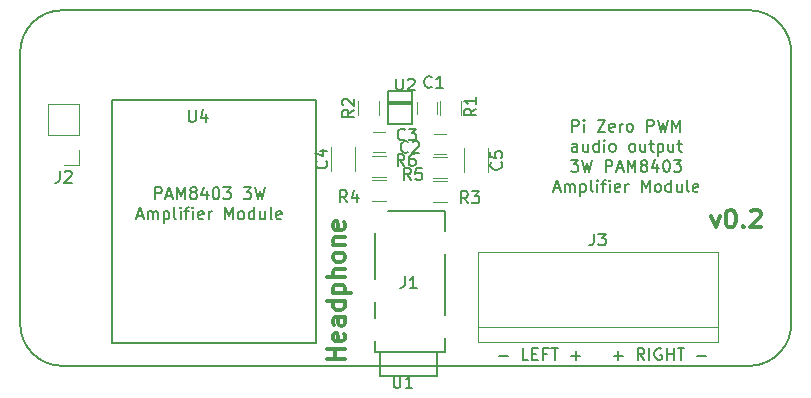
<source format=gto>
G04 #@! TF.FileFunction,Legend,Top*
%FSLAX46Y46*%
G04 Gerber Fmt 4.6, Leading zero omitted, Abs format (unit mm)*
G04 Created by KiCad (PCBNEW 4.0.7-e2-6376~58~ubuntu16.04.1) date Sun Dec 31 15:52:29 2017*
%MOMM*%
%LPD*%
G01*
G04 APERTURE LIST*
%ADD10C,0.100000*%
%ADD11C,0.300000*%
%ADD12C,0.200000*%
%ADD13C,0.120000*%
%ADD14C,0.150000*%
G04 APERTURE END LIST*
D10*
D11*
X209007344Y-124316371D02*
X209364487Y-125316371D01*
X209721629Y-124316371D01*
X210578772Y-123816371D02*
X210721629Y-123816371D01*
X210864486Y-123887800D01*
X210935915Y-123959229D01*
X211007344Y-124102086D01*
X211078772Y-124387800D01*
X211078772Y-124744943D01*
X211007344Y-125030657D01*
X210935915Y-125173514D01*
X210864486Y-125244943D01*
X210721629Y-125316371D01*
X210578772Y-125316371D01*
X210435915Y-125244943D01*
X210364486Y-125173514D01*
X210293058Y-125030657D01*
X210221629Y-124744943D01*
X210221629Y-124387800D01*
X210293058Y-124102086D01*
X210364486Y-123959229D01*
X210435915Y-123887800D01*
X210578772Y-123816371D01*
X211721629Y-125173514D02*
X211793057Y-125244943D01*
X211721629Y-125316371D01*
X211650200Y-125244943D01*
X211721629Y-125173514D01*
X211721629Y-125316371D01*
X212364486Y-123959229D02*
X212435915Y-123887800D01*
X212578772Y-123816371D01*
X212935915Y-123816371D01*
X213078772Y-123887800D01*
X213150201Y-123959229D01*
X213221629Y-124102086D01*
X213221629Y-124244943D01*
X213150201Y-124459229D01*
X212293058Y-125316371D01*
X213221629Y-125316371D01*
X177970571Y-136443314D02*
X176470571Y-136443314D01*
X177184857Y-136443314D02*
X177184857Y-135586171D01*
X177970571Y-135586171D02*
X176470571Y-135586171D01*
X177899143Y-134300457D02*
X177970571Y-134443314D01*
X177970571Y-134729028D01*
X177899143Y-134871885D01*
X177756286Y-134943314D01*
X177184857Y-134943314D01*
X177042000Y-134871885D01*
X176970571Y-134729028D01*
X176970571Y-134443314D01*
X177042000Y-134300457D01*
X177184857Y-134229028D01*
X177327714Y-134229028D01*
X177470571Y-134943314D01*
X177970571Y-132943314D02*
X177184857Y-132943314D01*
X177042000Y-133014743D01*
X176970571Y-133157600D01*
X176970571Y-133443314D01*
X177042000Y-133586171D01*
X177899143Y-132943314D02*
X177970571Y-133086171D01*
X177970571Y-133443314D01*
X177899143Y-133586171D01*
X177756286Y-133657600D01*
X177613429Y-133657600D01*
X177470571Y-133586171D01*
X177399143Y-133443314D01*
X177399143Y-133086171D01*
X177327714Y-132943314D01*
X177970571Y-131586171D02*
X176470571Y-131586171D01*
X177899143Y-131586171D02*
X177970571Y-131729028D01*
X177970571Y-132014742D01*
X177899143Y-132157600D01*
X177827714Y-132229028D01*
X177684857Y-132300457D01*
X177256286Y-132300457D01*
X177113429Y-132229028D01*
X177042000Y-132157600D01*
X176970571Y-132014742D01*
X176970571Y-131729028D01*
X177042000Y-131586171D01*
X176970571Y-130871885D02*
X178470571Y-130871885D01*
X177042000Y-130871885D02*
X176970571Y-130729028D01*
X176970571Y-130443314D01*
X177042000Y-130300457D01*
X177113429Y-130229028D01*
X177256286Y-130157599D01*
X177684857Y-130157599D01*
X177827714Y-130229028D01*
X177899143Y-130300457D01*
X177970571Y-130443314D01*
X177970571Y-130729028D01*
X177899143Y-130871885D01*
X177970571Y-129514742D02*
X176470571Y-129514742D01*
X177970571Y-128871885D02*
X177184857Y-128871885D01*
X177042000Y-128943314D01*
X176970571Y-129086171D01*
X176970571Y-129300456D01*
X177042000Y-129443314D01*
X177113429Y-129514742D01*
X177970571Y-127943313D02*
X177899143Y-128086171D01*
X177827714Y-128157599D01*
X177684857Y-128229028D01*
X177256286Y-128229028D01*
X177113429Y-128157599D01*
X177042000Y-128086171D01*
X176970571Y-127943313D01*
X176970571Y-127729028D01*
X177042000Y-127586171D01*
X177113429Y-127514742D01*
X177256286Y-127443313D01*
X177684857Y-127443313D01*
X177827714Y-127514742D01*
X177899143Y-127586171D01*
X177970571Y-127729028D01*
X177970571Y-127943313D01*
X176970571Y-126800456D02*
X177970571Y-126800456D01*
X177113429Y-126800456D02*
X177042000Y-126729028D01*
X176970571Y-126586170D01*
X176970571Y-126371885D01*
X177042000Y-126229028D01*
X177184857Y-126157599D01*
X177970571Y-126157599D01*
X177899143Y-124871885D02*
X177970571Y-125014742D01*
X177970571Y-125300456D01*
X177899143Y-125443313D01*
X177756286Y-125514742D01*
X177184857Y-125514742D01*
X177042000Y-125443313D01*
X176970571Y-125300456D01*
X176970571Y-125014742D01*
X177042000Y-124871885D01*
X177184857Y-124800456D01*
X177327714Y-124800456D01*
X177470571Y-125514742D01*
D12*
X161927162Y-122919381D02*
X161927162Y-121919381D01*
X162308115Y-121919381D01*
X162403353Y-121967000D01*
X162450972Y-122014619D01*
X162498591Y-122109857D01*
X162498591Y-122252714D01*
X162450972Y-122347952D01*
X162403353Y-122395571D01*
X162308115Y-122443190D01*
X161927162Y-122443190D01*
X162879543Y-122633667D02*
X163355734Y-122633667D01*
X162784305Y-122919381D02*
X163117638Y-121919381D01*
X163450972Y-122919381D01*
X163784305Y-122919381D02*
X163784305Y-121919381D01*
X164117639Y-122633667D01*
X164450972Y-121919381D01*
X164450972Y-122919381D01*
X165070019Y-122347952D02*
X164974781Y-122300333D01*
X164927162Y-122252714D01*
X164879543Y-122157476D01*
X164879543Y-122109857D01*
X164927162Y-122014619D01*
X164974781Y-121967000D01*
X165070019Y-121919381D01*
X165260496Y-121919381D01*
X165355734Y-121967000D01*
X165403353Y-122014619D01*
X165450972Y-122109857D01*
X165450972Y-122157476D01*
X165403353Y-122252714D01*
X165355734Y-122300333D01*
X165260496Y-122347952D01*
X165070019Y-122347952D01*
X164974781Y-122395571D01*
X164927162Y-122443190D01*
X164879543Y-122538429D01*
X164879543Y-122728905D01*
X164927162Y-122824143D01*
X164974781Y-122871762D01*
X165070019Y-122919381D01*
X165260496Y-122919381D01*
X165355734Y-122871762D01*
X165403353Y-122824143D01*
X165450972Y-122728905D01*
X165450972Y-122538429D01*
X165403353Y-122443190D01*
X165355734Y-122395571D01*
X165260496Y-122347952D01*
X166308115Y-122252714D02*
X166308115Y-122919381D01*
X166070019Y-121871762D02*
X165831924Y-122586048D01*
X166450972Y-122586048D01*
X167022400Y-121919381D02*
X167117639Y-121919381D01*
X167212877Y-121967000D01*
X167260496Y-122014619D01*
X167308115Y-122109857D01*
X167355734Y-122300333D01*
X167355734Y-122538429D01*
X167308115Y-122728905D01*
X167260496Y-122824143D01*
X167212877Y-122871762D01*
X167117639Y-122919381D01*
X167022400Y-122919381D01*
X166927162Y-122871762D01*
X166879543Y-122824143D01*
X166831924Y-122728905D01*
X166784305Y-122538429D01*
X166784305Y-122300333D01*
X166831924Y-122109857D01*
X166879543Y-122014619D01*
X166927162Y-121967000D01*
X167022400Y-121919381D01*
X167689067Y-121919381D02*
X168308115Y-121919381D01*
X167974781Y-122300333D01*
X168117639Y-122300333D01*
X168212877Y-122347952D01*
X168260496Y-122395571D01*
X168308115Y-122490810D01*
X168308115Y-122728905D01*
X168260496Y-122824143D01*
X168212877Y-122871762D01*
X168117639Y-122919381D01*
X167831924Y-122919381D01*
X167736686Y-122871762D01*
X167689067Y-122824143D01*
X169403353Y-121919381D02*
X170022401Y-121919381D01*
X169689067Y-122300333D01*
X169831925Y-122300333D01*
X169927163Y-122347952D01*
X169974782Y-122395571D01*
X170022401Y-122490810D01*
X170022401Y-122728905D01*
X169974782Y-122824143D01*
X169927163Y-122871762D01*
X169831925Y-122919381D01*
X169546210Y-122919381D01*
X169450972Y-122871762D01*
X169403353Y-122824143D01*
X170355734Y-121919381D02*
X170593829Y-122919381D01*
X170784306Y-122205095D01*
X170974782Y-122919381D01*
X171212877Y-121919381D01*
X160403352Y-124333667D02*
X160879543Y-124333667D01*
X160308114Y-124619381D02*
X160641447Y-123619381D01*
X160974781Y-124619381D01*
X161308114Y-124619381D02*
X161308114Y-123952714D01*
X161308114Y-124047952D02*
X161355733Y-124000333D01*
X161450971Y-123952714D01*
X161593829Y-123952714D01*
X161689067Y-124000333D01*
X161736686Y-124095571D01*
X161736686Y-124619381D01*
X161736686Y-124095571D02*
X161784305Y-124000333D01*
X161879543Y-123952714D01*
X162022400Y-123952714D01*
X162117638Y-124000333D01*
X162165257Y-124095571D01*
X162165257Y-124619381D01*
X162641447Y-123952714D02*
X162641447Y-124952714D01*
X162641447Y-124000333D02*
X162736685Y-123952714D01*
X162927162Y-123952714D01*
X163022400Y-124000333D01*
X163070019Y-124047952D01*
X163117638Y-124143190D01*
X163117638Y-124428905D01*
X163070019Y-124524143D01*
X163022400Y-124571762D01*
X162927162Y-124619381D01*
X162736685Y-124619381D01*
X162641447Y-124571762D01*
X163689066Y-124619381D02*
X163593828Y-124571762D01*
X163546209Y-124476524D01*
X163546209Y-123619381D01*
X164070019Y-124619381D02*
X164070019Y-123952714D01*
X164070019Y-123619381D02*
X164022400Y-123667000D01*
X164070019Y-123714619D01*
X164117638Y-123667000D01*
X164070019Y-123619381D01*
X164070019Y-123714619D01*
X164403352Y-123952714D02*
X164784304Y-123952714D01*
X164546209Y-124619381D02*
X164546209Y-123762238D01*
X164593828Y-123667000D01*
X164689066Y-123619381D01*
X164784304Y-123619381D01*
X165117638Y-124619381D02*
X165117638Y-123952714D01*
X165117638Y-123619381D02*
X165070019Y-123667000D01*
X165117638Y-123714619D01*
X165165257Y-123667000D01*
X165117638Y-123619381D01*
X165117638Y-123714619D01*
X165974781Y-124571762D02*
X165879543Y-124619381D01*
X165689066Y-124619381D01*
X165593828Y-124571762D01*
X165546209Y-124476524D01*
X165546209Y-124095571D01*
X165593828Y-124000333D01*
X165689066Y-123952714D01*
X165879543Y-123952714D01*
X165974781Y-124000333D01*
X166022400Y-124095571D01*
X166022400Y-124190810D01*
X165546209Y-124286048D01*
X166450971Y-124619381D02*
X166450971Y-123952714D01*
X166450971Y-124143190D02*
X166498590Y-124047952D01*
X166546209Y-124000333D01*
X166641447Y-123952714D01*
X166736686Y-123952714D01*
X167831924Y-124619381D02*
X167831924Y-123619381D01*
X168165258Y-124333667D01*
X168498591Y-123619381D01*
X168498591Y-124619381D01*
X169117638Y-124619381D02*
X169022400Y-124571762D01*
X168974781Y-124524143D01*
X168927162Y-124428905D01*
X168927162Y-124143190D01*
X168974781Y-124047952D01*
X169022400Y-124000333D01*
X169117638Y-123952714D01*
X169260496Y-123952714D01*
X169355734Y-124000333D01*
X169403353Y-124047952D01*
X169450972Y-124143190D01*
X169450972Y-124428905D01*
X169403353Y-124524143D01*
X169355734Y-124571762D01*
X169260496Y-124619381D01*
X169117638Y-124619381D01*
X170308115Y-124619381D02*
X170308115Y-123619381D01*
X170308115Y-124571762D02*
X170212877Y-124619381D01*
X170022400Y-124619381D01*
X169927162Y-124571762D01*
X169879543Y-124524143D01*
X169831924Y-124428905D01*
X169831924Y-124143190D01*
X169879543Y-124047952D01*
X169927162Y-124000333D01*
X170022400Y-123952714D01*
X170212877Y-123952714D01*
X170308115Y-124000333D01*
X171212877Y-123952714D02*
X171212877Y-124619381D01*
X170784305Y-123952714D02*
X170784305Y-124476524D01*
X170831924Y-124571762D01*
X170927162Y-124619381D01*
X171070020Y-124619381D01*
X171165258Y-124571762D01*
X171212877Y-124524143D01*
X171831924Y-124619381D02*
X171736686Y-124571762D01*
X171689067Y-124476524D01*
X171689067Y-123619381D01*
X172593830Y-124571762D02*
X172498592Y-124619381D01*
X172308115Y-124619381D01*
X172212877Y-124571762D01*
X172165258Y-124476524D01*
X172165258Y-124095571D01*
X172212877Y-124000333D01*
X172308115Y-123952714D01*
X172498592Y-123952714D01*
X172593830Y-124000333D01*
X172641449Y-124095571D01*
X172641449Y-124190810D01*
X172165258Y-124286048D01*
X200768438Y-136164629D02*
X201530343Y-136164629D01*
X201149391Y-136545581D02*
X201149391Y-135783676D01*
X203339867Y-136545581D02*
X203006533Y-136069390D01*
X202768438Y-136545581D02*
X202768438Y-135545581D01*
X203149391Y-135545581D01*
X203244629Y-135593200D01*
X203292248Y-135640819D01*
X203339867Y-135736057D01*
X203339867Y-135878914D01*
X203292248Y-135974152D01*
X203244629Y-136021771D01*
X203149391Y-136069390D01*
X202768438Y-136069390D01*
X203768438Y-136545581D02*
X203768438Y-135545581D01*
X204768438Y-135593200D02*
X204673200Y-135545581D01*
X204530343Y-135545581D01*
X204387485Y-135593200D01*
X204292247Y-135688438D01*
X204244628Y-135783676D01*
X204197009Y-135974152D01*
X204197009Y-136117010D01*
X204244628Y-136307486D01*
X204292247Y-136402724D01*
X204387485Y-136497962D01*
X204530343Y-136545581D01*
X204625581Y-136545581D01*
X204768438Y-136497962D01*
X204816057Y-136450343D01*
X204816057Y-136117010D01*
X204625581Y-136117010D01*
X205244628Y-136545581D02*
X205244628Y-135545581D01*
X205244628Y-136021771D02*
X205816057Y-136021771D01*
X205816057Y-136545581D02*
X205816057Y-135545581D01*
X206149390Y-135545581D02*
X206720819Y-135545581D01*
X206435104Y-136545581D02*
X206435104Y-135545581D01*
X207816057Y-136164629D02*
X208577962Y-136164629D01*
X191033828Y-136164629D02*
X191795733Y-136164629D01*
X193510019Y-136545581D02*
X193033828Y-136545581D01*
X193033828Y-135545581D01*
X193843352Y-136021771D02*
X194176686Y-136021771D01*
X194319543Y-136545581D02*
X193843352Y-136545581D01*
X193843352Y-135545581D01*
X194319543Y-135545581D01*
X195081448Y-136021771D02*
X194748114Y-136021771D01*
X194748114Y-136545581D02*
X194748114Y-135545581D01*
X195224305Y-135545581D01*
X195462400Y-135545581D02*
X196033829Y-135545581D01*
X195748114Y-136545581D02*
X195748114Y-135545581D01*
X197129067Y-136164629D02*
X197890972Y-136164629D01*
X197510020Y-136545581D02*
X197510020Y-135783676D01*
X197231571Y-117206181D02*
X197231571Y-116206181D01*
X197612524Y-116206181D01*
X197707762Y-116253800D01*
X197755381Y-116301419D01*
X197803000Y-116396657D01*
X197803000Y-116539514D01*
X197755381Y-116634752D01*
X197707762Y-116682371D01*
X197612524Y-116729990D01*
X197231571Y-116729990D01*
X198231571Y-117206181D02*
X198231571Y-116539514D01*
X198231571Y-116206181D02*
X198183952Y-116253800D01*
X198231571Y-116301419D01*
X198279190Y-116253800D01*
X198231571Y-116206181D01*
X198231571Y-116301419D01*
X199374428Y-116206181D02*
X200041095Y-116206181D01*
X199374428Y-117206181D01*
X200041095Y-117206181D01*
X200803000Y-117158562D02*
X200707762Y-117206181D01*
X200517285Y-117206181D01*
X200422047Y-117158562D01*
X200374428Y-117063324D01*
X200374428Y-116682371D01*
X200422047Y-116587133D01*
X200517285Y-116539514D01*
X200707762Y-116539514D01*
X200803000Y-116587133D01*
X200850619Y-116682371D01*
X200850619Y-116777610D01*
X200374428Y-116872848D01*
X201279190Y-117206181D02*
X201279190Y-116539514D01*
X201279190Y-116729990D02*
X201326809Y-116634752D01*
X201374428Y-116587133D01*
X201469666Y-116539514D01*
X201564905Y-116539514D01*
X202041095Y-117206181D02*
X201945857Y-117158562D01*
X201898238Y-117110943D01*
X201850619Y-117015705D01*
X201850619Y-116729990D01*
X201898238Y-116634752D01*
X201945857Y-116587133D01*
X202041095Y-116539514D01*
X202183953Y-116539514D01*
X202279191Y-116587133D01*
X202326810Y-116634752D01*
X202374429Y-116729990D01*
X202374429Y-117015705D01*
X202326810Y-117110943D01*
X202279191Y-117158562D01*
X202183953Y-117206181D01*
X202041095Y-117206181D01*
X203564905Y-117206181D02*
X203564905Y-116206181D01*
X203945858Y-116206181D01*
X204041096Y-116253800D01*
X204088715Y-116301419D01*
X204136334Y-116396657D01*
X204136334Y-116539514D01*
X204088715Y-116634752D01*
X204041096Y-116682371D01*
X203945858Y-116729990D01*
X203564905Y-116729990D01*
X204469667Y-116206181D02*
X204707762Y-117206181D01*
X204898239Y-116491895D01*
X205088715Y-117206181D01*
X205326810Y-116206181D01*
X205707762Y-117206181D02*
X205707762Y-116206181D01*
X206041096Y-116920467D01*
X206374429Y-116206181D01*
X206374429Y-117206181D01*
X197660143Y-118906181D02*
X197660143Y-118382371D01*
X197612524Y-118287133D01*
X197517286Y-118239514D01*
X197326809Y-118239514D01*
X197231571Y-118287133D01*
X197660143Y-118858562D02*
X197564905Y-118906181D01*
X197326809Y-118906181D01*
X197231571Y-118858562D01*
X197183952Y-118763324D01*
X197183952Y-118668086D01*
X197231571Y-118572848D01*
X197326809Y-118525229D01*
X197564905Y-118525229D01*
X197660143Y-118477610D01*
X198564905Y-118239514D02*
X198564905Y-118906181D01*
X198136333Y-118239514D02*
X198136333Y-118763324D01*
X198183952Y-118858562D01*
X198279190Y-118906181D01*
X198422048Y-118906181D01*
X198517286Y-118858562D01*
X198564905Y-118810943D01*
X199469667Y-118906181D02*
X199469667Y-117906181D01*
X199469667Y-118858562D02*
X199374429Y-118906181D01*
X199183952Y-118906181D01*
X199088714Y-118858562D01*
X199041095Y-118810943D01*
X198993476Y-118715705D01*
X198993476Y-118429990D01*
X199041095Y-118334752D01*
X199088714Y-118287133D01*
X199183952Y-118239514D01*
X199374429Y-118239514D01*
X199469667Y-118287133D01*
X199945857Y-118906181D02*
X199945857Y-118239514D01*
X199945857Y-117906181D02*
X199898238Y-117953800D01*
X199945857Y-118001419D01*
X199993476Y-117953800D01*
X199945857Y-117906181D01*
X199945857Y-118001419D01*
X200564904Y-118906181D02*
X200469666Y-118858562D01*
X200422047Y-118810943D01*
X200374428Y-118715705D01*
X200374428Y-118429990D01*
X200422047Y-118334752D01*
X200469666Y-118287133D01*
X200564904Y-118239514D01*
X200707762Y-118239514D01*
X200803000Y-118287133D01*
X200850619Y-118334752D01*
X200898238Y-118429990D01*
X200898238Y-118715705D01*
X200850619Y-118810943D01*
X200803000Y-118858562D01*
X200707762Y-118906181D01*
X200564904Y-118906181D01*
X202231571Y-118906181D02*
X202136333Y-118858562D01*
X202088714Y-118810943D01*
X202041095Y-118715705D01*
X202041095Y-118429990D01*
X202088714Y-118334752D01*
X202136333Y-118287133D01*
X202231571Y-118239514D01*
X202374429Y-118239514D01*
X202469667Y-118287133D01*
X202517286Y-118334752D01*
X202564905Y-118429990D01*
X202564905Y-118715705D01*
X202517286Y-118810943D01*
X202469667Y-118858562D01*
X202374429Y-118906181D01*
X202231571Y-118906181D01*
X203422048Y-118239514D02*
X203422048Y-118906181D01*
X202993476Y-118239514D02*
X202993476Y-118763324D01*
X203041095Y-118858562D01*
X203136333Y-118906181D01*
X203279191Y-118906181D01*
X203374429Y-118858562D01*
X203422048Y-118810943D01*
X203755381Y-118239514D02*
X204136333Y-118239514D01*
X203898238Y-117906181D02*
X203898238Y-118763324D01*
X203945857Y-118858562D01*
X204041095Y-118906181D01*
X204136333Y-118906181D01*
X204469667Y-118239514D02*
X204469667Y-119239514D01*
X204469667Y-118287133D02*
X204564905Y-118239514D01*
X204755382Y-118239514D01*
X204850620Y-118287133D01*
X204898239Y-118334752D01*
X204945858Y-118429990D01*
X204945858Y-118715705D01*
X204898239Y-118810943D01*
X204850620Y-118858562D01*
X204755382Y-118906181D01*
X204564905Y-118906181D01*
X204469667Y-118858562D01*
X205803001Y-118239514D02*
X205803001Y-118906181D01*
X205374429Y-118239514D02*
X205374429Y-118763324D01*
X205422048Y-118858562D01*
X205517286Y-118906181D01*
X205660144Y-118906181D01*
X205755382Y-118858562D01*
X205803001Y-118810943D01*
X206136334Y-118239514D02*
X206517286Y-118239514D01*
X206279191Y-117906181D02*
X206279191Y-118763324D01*
X206326810Y-118858562D01*
X206422048Y-118906181D01*
X206517286Y-118906181D01*
X197112524Y-119606181D02*
X197731572Y-119606181D01*
X197398238Y-119987133D01*
X197541096Y-119987133D01*
X197636334Y-120034752D01*
X197683953Y-120082371D01*
X197731572Y-120177610D01*
X197731572Y-120415705D01*
X197683953Y-120510943D01*
X197636334Y-120558562D01*
X197541096Y-120606181D01*
X197255381Y-120606181D01*
X197160143Y-120558562D01*
X197112524Y-120510943D01*
X198064905Y-119606181D02*
X198303000Y-120606181D01*
X198493477Y-119891895D01*
X198683953Y-120606181D01*
X198922048Y-119606181D01*
X200064905Y-120606181D02*
X200064905Y-119606181D01*
X200445858Y-119606181D01*
X200541096Y-119653800D01*
X200588715Y-119701419D01*
X200636334Y-119796657D01*
X200636334Y-119939514D01*
X200588715Y-120034752D01*
X200541096Y-120082371D01*
X200445858Y-120129990D01*
X200064905Y-120129990D01*
X201017286Y-120320467D02*
X201493477Y-120320467D01*
X200922048Y-120606181D02*
X201255381Y-119606181D01*
X201588715Y-120606181D01*
X201922048Y-120606181D02*
X201922048Y-119606181D01*
X202255382Y-120320467D01*
X202588715Y-119606181D01*
X202588715Y-120606181D01*
X203207762Y-120034752D02*
X203112524Y-119987133D01*
X203064905Y-119939514D01*
X203017286Y-119844276D01*
X203017286Y-119796657D01*
X203064905Y-119701419D01*
X203112524Y-119653800D01*
X203207762Y-119606181D01*
X203398239Y-119606181D01*
X203493477Y-119653800D01*
X203541096Y-119701419D01*
X203588715Y-119796657D01*
X203588715Y-119844276D01*
X203541096Y-119939514D01*
X203493477Y-119987133D01*
X203398239Y-120034752D01*
X203207762Y-120034752D01*
X203112524Y-120082371D01*
X203064905Y-120129990D01*
X203017286Y-120225229D01*
X203017286Y-120415705D01*
X203064905Y-120510943D01*
X203112524Y-120558562D01*
X203207762Y-120606181D01*
X203398239Y-120606181D01*
X203493477Y-120558562D01*
X203541096Y-120510943D01*
X203588715Y-120415705D01*
X203588715Y-120225229D01*
X203541096Y-120129990D01*
X203493477Y-120082371D01*
X203398239Y-120034752D01*
X204445858Y-119939514D02*
X204445858Y-120606181D01*
X204207762Y-119558562D02*
X203969667Y-120272848D01*
X204588715Y-120272848D01*
X205160143Y-119606181D02*
X205255382Y-119606181D01*
X205350620Y-119653800D01*
X205398239Y-119701419D01*
X205445858Y-119796657D01*
X205493477Y-119987133D01*
X205493477Y-120225229D01*
X205445858Y-120415705D01*
X205398239Y-120510943D01*
X205350620Y-120558562D01*
X205255382Y-120606181D01*
X205160143Y-120606181D01*
X205064905Y-120558562D01*
X205017286Y-120510943D01*
X204969667Y-120415705D01*
X204922048Y-120225229D01*
X204922048Y-119987133D01*
X204969667Y-119796657D01*
X205017286Y-119701419D01*
X205064905Y-119653800D01*
X205160143Y-119606181D01*
X205826810Y-119606181D02*
X206445858Y-119606181D01*
X206112524Y-119987133D01*
X206255382Y-119987133D01*
X206350620Y-120034752D01*
X206398239Y-120082371D01*
X206445858Y-120177610D01*
X206445858Y-120415705D01*
X206398239Y-120510943D01*
X206350620Y-120558562D01*
X206255382Y-120606181D01*
X205969667Y-120606181D01*
X205874429Y-120558562D01*
X205826810Y-120510943D01*
X195683952Y-122020467D02*
X196160143Y-122020467D01*
X195588714Y-122306181D02*
X195922047Y-121306181D01*
X196255381Y-122306181D01*
X196588714Y-122306181D02*
X196588714Y-121639514D01*
X196588714Y-121734752D02*
X196636333Y-121687133D01*
X196731571Y-121639514D01*
X196874429Y-121639514D01*
X196969667Y-121687133D01*
X197017286Y-121782371D01*
X197017286Y-122306181D01*
X197017286Y-121782371D02*
X197064905Y-121687133D01*
X197160143Y-121639514D01*
X197303000Y-121639514D01*
X197398238Y-121687133D01*
X197445857Y-121782371D01*
X197445857Y-122306181D01*
X197922047Y-121639514D02*
X197922047Y-122639514D01*
X197922047Y-121687133D02*
X198017285Y-121639514D01*
X198207762Y-121639514D01*
X198303000Y-121687133D01*
X198350619Y-121734752D01*
X198398238Y-121829990D01*
X198398238Y-122115705D01*
X198350619Y-122210943D01*
X198303000Y-122258562D01*
X198207762Y-122306181D01*
X198017285Y-122306181D01*
X197922047Y-122258562D01*
X198969666Y-122306181D02*
X198874428Y-122258562D01*
X198826809Y-122163324D01*
X198826809Y-121306181D01*
X199350619Y-122306181D02*
X199350619Y-121639514D01*
X199350619Y-121306181D02*
X199303000Y-121353800D01*
X199350619Y-121401419D01*
X199398238Y-121353800D01*
X199350619Y-121306181D01*
X199350619Y-121401419D01*
X199683952Y-121639514D02*
X200064904Y-121639514D01*
X199826809Y-122306181D02*
X199826809Y-121449038D01*
X199874428Y-121353800D01*
X199969666Y-121306181D01*
X200064904Y-121306181D01*
X200398238Y-122306181D02*
X200398238Y-121639514D01*
X200398238Y-121306181D02*
X200350619Y-121353800D01*
X200398238Y-121401419D01*
X200445857Y-121353800D01*
X200398238Y-121306181D01*
X200398238Y-121401419D01*
X201255381Y-122258562D02*
X201160143Y-122306181D01*
X200969666Y-122306181D01*
X200874428Y-122258562D01*
X200826809Y-122163324D01*
X200826809Y-121782371D01*
X200874428Y-121687133D01*
X200969666Y-121639514D01*
X201160143Y-121639514D01*
X201255381Y-121687133D01*
X201303000Y-121782371D01*
X201303000Y-121877610D01*
X200826809Y-121972848D01*
X201731571Y-122306181D02*
X201731571Y-121639514D01*
X201731571Y-121829990D02*
X201779190Y-121734752D01*
X201826809Y-121687133D01*
X201922047Y-121639514D01*
X202017286Y-121639514D01*
X203112524Y-122306181D02*
X203112524Y-121306181D01*
X203445858Y-122020467D01*
X203779191Y-121306181D01*
X203779191Y-122306181D01*
X204398238Y-122306181D02*
X204303000Y-122258562D01*
X204255381Y-122210943D01*
X204207762Y-122115705D01*
X204207762Y-121829990D01*
X204255381Y-121734752D01*
X204303000Y-121687133D01*
X204398238Y-121639514D01*
X204541096Y-121639514D01*
X204636334Y-121687133D01*
X204683953Y-121734752D01*
X204731572Y-121829990D01*
X204731572Y-122115705D01*
X204683953Y-122210943D01*
X204636334Y-122258562D01*
X204541096Y-122306181D01*
X204398238Y-122306181D01*
X205588715Y-122306181D02*
X205588715Y-121306181D01*
X205588715Y-122258562D02*
X205493477Y-122306181D01*
X205303000Y-122306181D01*
X205207762Y-122258562D01*
X205160143Y-122210943D01*
X205112524Y-122115705D01*
X205112524Y-121829990D01*
X205160143Y-121734752D01*
X205207762Y-121687133D01*
X205303000Y-121639514D01*
X205493477Y-121639514D01*
X205588715Y-121687133D01*
X206493477Y-121639514D02*
X206493477Y-122306181D01*
X206064905Y-121639514D02*
X206064905Y-122163324D01*
X206112524Y-122258562D01*
X206207762Y-122306181D01*
X206350620Y-122306181D01*
X206445858Y-122258562D01*
X206493477Y-122210943D01*
X207112524Y-122306181D02*
X207017286Y-122258562D01*
X206969667Y-122163324D01*
X206969667Y-121306181D01*
X207874430Y-122258562D02*
X207779192Y-122306181D01*
X207588715Y-122306181D01*
X207493477Y-122258562D01*
X207445858Y-122163324D01*
X207445858Y-121782371D01*
X207493477Y-121687133D01*
X207588715Y-121639514D01*
X207779192Y-121639514D01*
X207874430Y-121687133D01*
X207922049Y-121782371D01*
X207922049Y-121877610D01*
X207445858Y-121972848D01*
D13*
X189255400Y-127381000D02*
X189255400Y-135001000D01*
X209575400Y-135001000D02*
X209575400Y-127381000D01*
X209575400Y-133731000D02*
X189255400Y-133731000D01*
X189255400Y-127381000D02*
X209575400Y-127381000D01*
X189255400Y-135001000D02*
X209575400Y-135001000D01*
D14*
X180975000Y-135890000D02*
X180975000Y-137896600D01*
X180975000Y-137896600D02*
X185801000Y-137896600D01*
X185801000Y-137896600D02*
X185801000Y-135890000D01*
X186436000Y-135890000D02*
X180568600Y-135890000D01*
X180568600Y-129667000D02*
X180568600Y-125780800D01*
X180568600Y-132969000D02*
X180568600Y-131622800D01*
X180568600Y-135890000D02*
X180568600Y-134950200D01*
X186436000Y-134670800D02*
X186436000Y-135890000D01*
X186436000Y-127584200D02*
X186436000Y-132715000D01*
X181660800Y-123952000D02*
X186436000Y-123952000D01*
X186436000Y-123952000D02*
X186436000Y-125603000D01*
X212344000Y-106934000D02*
X212217000Y-106934000D01*
X215773000Y-133350000D02*
X215773000Y-110617000D01*
X212344000Y-137033000D02*
X212217000Y-137033000D01*
X212344000Y-137033000D02*
G75*
G03X215773000Y-133350000I-127000J3556000D01*
G01*
X215773000Y-110617000D02*
G75*
G03X212344000Y-106934000I-3556000J127000D01*
G01*
X212217000Y-106934000D02*
X212090000Y-106934000D01*
X154051000Y-106934000D02*
G75*
G03X150495000Y-110490000I0J-3556000D01*
G01*
X150495000Y-133477000D02*
G75*
G03X154051000Y-137033000I3556000J0D01*
G01*
X150495000Y-133477000D02*
X150495000Y-110490000D01*
X212217000Y-137033000D02*
X154051000Y-137033000D01*
X154051000Y-106934000D02*
X212090000Y-106934000D01*
D13*
X184062000Y-114689000D02*
X184062000Y-115689000D01*
X185762000Y-115689000D02*
X185762000Y-114689000D01*
X185555000Y-119087000D02*
X186555000Y-119087000D01*
X186555000Y-117387000D02*
X185555000Y-117387000D01*
X181348000Y-117260000D02*
X180348000Y-117260000D01*
X180348000Y-118960000D02*
X181348000Y-118960000D01*
X176780000Y-118507000D02*
X176780000Y-120507000D01*
X178820000Y-120507000D02*
X178820000Y-118507000D01*
X190123000Y-120634000D02*
X190123000Y-118634000D01*
X188083000Y-118634000D02*
X188083000Y-120634000D01*
X155508000Y-114875000D02*
X152848000Y-114875000D01*
X155508000Y-117475000D02*
X155508000Y-114875000D01*
X152848000Y-117475000D02*
X152848000Y-114875000D01*
X155508000Y-117475000D02*
X152848000Y-117475000D01*
X155508000Y-118745000D02*
X155508000Y-120075000D01*
X155508000Y-120075000D02*
X154178000Y-120075000D01*
X187824000Y-114589000D02*
X187824000Y-115789000D01*
X186064000Y-115789000D02*
X186064000Y-114589000D01*
X180839000Y-114589000D02*
X180839000Y-115789000D01*
X179079000Y-115789000D02*
X179079000Y-114589000D01*
X185455000Y-121421000D02*
X186655000Y-121421000D01*
X186655000Y-123181000D02*
X185455000Y-123181000D01*
X181448000Y-123054000D02*
X180248000Y-123054000D01*
X180248000Y-121294000D02*
X181448000Y-121294000D01*
X185455000Y-119389000D02*
X186655000Y-119389000D01*
X186655000Y-121149000D02*
X185455000Y-121149000D01*
X181448000Y-121022000D02*
X180248000Y-121022000D01*
X180248000Y-119262000D02*
X181448000Y-119262000D01*
D14*
X181610000Y-114808000D02*
X183642000Y-114808000D01*
X183642000Y-114871500D02*
X181610000Y-114871500D01*
X181610000Y-116586000D02*
X181610000Y-116459000D01*
X183642000Y-116586000D02*
X183642000Y-116522500D01*
X181610000Y-116586000D02*
X183642000Y-116586000D01*
X183578500Y-114681000D02*
X181673500Y-114681000D01*
X183642000Y-116522500D02*
X183642000Y-113792000D01*
X183642000Y-113792000D02*
X181610000Y-113792000D01*
X181610000Y-113792000D02*
X181610000Y-116522500D01*
X175514000Y-135128000D02*
X158242000Y-135128000D01*
X158242000Y-135128000D02*
X158242000Y-114554000D01*
X158242000Y-114554000D02*
X175514000Y-114554000D01*
X175514000Y-114554000D02*
X175514000Y-135128000D01*
X199062067Y-125843381D02*
X199062067Y-126557667D01*
X199014447Y-126700524D01*
X198919209Y-126795762D01*
X198776352Y-126843381D01*
X198681114Y-126843381D01*
X199443019Y-125843381D02*
X200062067Y-125843381D01*
X199728733Y-126224333D01*
X199871591Y-126224333D01*
X199966829Y-126271952D01*
X200014448Y-126319571D01*
X200062067Y-126414810D01*
X200062067Y-126652905D01*
X200014448Y-126748143D01*
X199966829Y-126795762D01*
X199871591Y-126843381D01*
X199585876Y-126843381D01*
X199490638Y-126795762D01*
X199443019Y-126748143D01*
X183054667Y-129449581D02*
X183054667Y-130163867D01*
X183007047Y-130306724D01*
X182911809Y-130401962D01*
X182768952Y-130449581D01*
X182673714Y-130449581D01*
X184054667Y-130449581D02*
X183483238Y-130449581D01*
X183768952Y-130449581D02*
X183768952Y-129449581D01*
X183673714Y-129592438D01*
X183578476Y-129687676D01*
X183483238Y-129735295D01*
X182118095Y-137882381D02*
X182118095Y-138691905D01*
X182165714Y-138787143D01*
X182213333Y-138834762D01*
X182308571Y-138882381D01*
X182499048Y-138882381D01*
X182594286Y-138834762D01*
X182641905Y-138787143D01*
X182689524Y-138691905D01*
X182689524Y-137882381D01*
X183689524Y-138882381D02*
X183118095Y-138882381D01*
X183403809Y-138882381D02*
X183403809Y-137882381D01*
X183308571Y-138025238D01*
X183213333Y-138120476D01*
X183118095Y-138168095D01*
X185329534Y-113412543D02*
X185281915Y-113460162D01*
X185139058Y-113507781D01*
X185043820Y-113507781D01*
X184900962Y-113460162D01*
X184805724Y-113364924D01*
X184758105Y-113269686D01*
X184710486Y-113079210D01*
X184710486Y-112936352D01*
X184758105Y-112745876D01*
X184805724Y-112650638D01*
X184900962Y-112555400D01*
X185043820Y-112507781D01*
X185139058Y-112507781D01*
X185281915Y-112555400D01*
X185329534Y-112603019D01*
X186281915Y-113507781D02*
X185710486Y-113507781D01*
X185996200Y-113507781D02*
X185996200Y-112507781D01*
X185900962Y-112650638D01*
X185805724Y-112745876D01*
X185710486Y-112793495D01*
X183348334Y-118924343D02*
X183300715Y-118971962D01*
X183157858Y-119019581D01*
X183062620Y-119019581D01*
X182919762Y-118971962D01*
X182824524Y-118876724D01*
X182776905Y-118781486D01*
X182729286Y-118591010D01*
X182729286Y-118448152D01*
X182776905Y-118257676D01*
X182824524Y-118162438D01*
X182919762Y-118067200D01*
X183062620Y-118019581D01*
X183157858Y-118019581D01*
X183300715Y-118067200D01*
X183348334Y-118114819D01*
X183729286Y-118114819D02*
X183776905Y-118067200D01*
X183872143Y-118019581D01*
X184110239Y-118019581D01*
X184205477Y-118067200D01*
X184253096Y-118114819D01*
X184300715Y-118210057D01*
X184300715Y-118305295D01*
X184253096Y-118448152D01*
X183681667Y-119019581D01*
X184300715Y-119019581D01*
X183068934Y-117857543D02*
X183021315Y-117905162D01*
X182878458Y-117952781D01*
X182783220Y-117952781D01*
X182640362Y-117905162D01*
X182545124Y-117809924D01*
X182497505Y-117714686D01*
X182449886Y-117524210D01*
X182449886Y-117381352D01*
X182497505Y-117190876D01*
X182545124Y-117095638D01*
X182640362Y-117000400D01*
X182783220Y-116952781D01*
X182878458Y-116952781D01*
X183021315Y-117000400D01*
X183068934Y-117048019D01*
X183402267Y-116952781D02*
X184021315Y-116952781D01*
X183687981Y-117333733D01*
X183830839Y-117333733D01*
X183926077Y-117381352D01*
X183973696Y-117428971D01*
X184021315Y-117524210D01*
X184021315Y-117762305D01*
X183973696Y-117857543D01*
X183926077Y-117905162D01*
X183830839Y-117952781D01*
X183545124Y-117952781D01*
X183449886Y-117905162D01*
X183402267Y-117857543D01*
X176407143Y-119673666D02*
X176454762Y-119721285D01*
X176502381Y-119864142D01*
X176502381Y-119959380D01*
X176454762Y-120102238D01*
X176359524Y-120197476D01*
X176264286Y-120245095D01*
X176073810Y-120292714D01*
X175930952Y-120292714D01*
X175740476Y-120245095D01*
X175645238Y-120197476D01*
X175550000Y-120102238D01*
X175502381Y-119959380D01*
X175502381Y-119864142D01*
X175550000Y-119721285D01*
X175597619Y-119673666D01*
X175835714Y-118816523D02*
X176502381Y-118816523D01*
X175454762Y-119054619D02*
X176169048Y-119292714D01*
X176169048Y-118673666D01*
X191210143Y-119800666D02*
X191257762Y-119848285D01*
X191305381Y-119991142D01*
X191305381Y-120086380D01*
X191257762Y-120229238D01*
X191162524Y-120324476D01*
X191067286Y-120372095D01*
X190876810Y-120419714D01*
X190733952Y-120419714D01*
X190543476Y-120372095D01*
X190448238Y-120324476D01*
X190353000Y-120229238D01*
X190305381Y-120086380D01*
X190305381Y-119991142D01*
X190353000Y-119848285D01*
X190400619Y-119800666D01*
X190305381Y-118895904D02*
X190305381Y-119372095D01*
X190781571Y-119419714D01*
X190733952Y-119372095D01*
X190686333Y-119276857D01*
X190686333Y-119038761D01*
X190733952Y-118943523D01*
X190781571Y-118895904D01*
X190876810Y-118848285D01*
X191114905Y-118848285D01*
X191210143Y-118895904D01*
X191257762Y-118943523D01*
X191305381Y-119038761D01*
X191305381Y-119276857D01*
X191257762Y-119372095D01*
X191210143Y-119419714D01*
X153844667Y-120527381D02*
X153844667Y-121241667D01*
X153797047Y-121384524D01*
X153701809Y-121479762D01*
X153558952Y-121527381D01*
X153463714Y-121527381D01*
X154273238Y-120622619D02*
X154320857Y-120575000D01*
X154416095Y-120527381D01*
X154654191Y-120527381D01*
X154749429Y-120575000D01*
X154797048Y-120622619D01*
X154844667Y-120717857D01*
X154844667Y-120813095D01*
X154797048Y-120955952D01*
X154225619Y-121527381D01*
X154844667Y-121527381D01*
X189098181Y-115254066D02*
X188621990Y-115587400D01*
X189098181Y-115825495D02*
X188098181Y-115825495D01*
X188098181Y-115444542D01*
X188145800Y-115349304D01*
X188193419Y-115301685D01*
X188288657Y-115254066D01*
X188431514Y-115254066D01*
X188526752Y-115301685D01*
X188574371Y-115349304D01*
X188621990Y-115444542D01*
X188621990Y-115825495D01*
X189098181Y-114301685D02*
X189098181Y-114873114D01*
X189098181Y-114587400D02*
X188098181Y-114587400D01*
X188241038Y-114682638D01*
X188336276Y-114777876D01*
X188383895Y-114873114D01*
X178761381Y-115355666D02*
X178285190Y-115689000D01*
X178761381Y-115927095D02*
X177761381Y-115927095D01*
X177761381Y-115546142D01*
X177809000Y-115450904D01*
X177856619Y-115403285D01*
X177951857Y-115355666D01*
X178094714Y-115355666D01*
X178189952Y-115403285D01*
X178237571Y-115450904D01*
X178285190Y-115546142D01*
X178285190Y-115927095D01*
X177856619Y-114974714D02*
X177809000Y-114927095D01*
X177761381Y-114831857D01*
X177761381Y-114593761D01*
X177809000Y-114498523D01*
X177856619Y-114450904D01*
X177951857Y-114403285D01*
X178047095Y-114403285D01*
X178189952Y-114450904D01*
X178761381Y-115022333D01*
X178761381Y-114403285D01*
X188402934Y-123261381D02*
X188069600Y-122785190D01*
X187831505Y-123261381D02*
X187831505Y-122261381D01*
X188212458Y-122261381D01*
X188307696Y-122309000D01*
X188355315Y-122356619D01*
X188402934Y-122451857D01*
X188402934Y-122594714D01*
X188355315Y-122689952D01*
X188307696Y-122737571D01*
X188212458Y-122785190D01*
X187831505Y-122785190D01*
X188736267Y-122261381D02*
X189355315Y-122261381D01*
X189021981Y-122642333D01*
X189164839Y-122642333D01*
X189260077Y-122689952D01*
X189307696Y-122737571D01*
X189355315Y-122832810D01*
X189355315Y-123070905D01*
X189307696Y-123166143D01*
X189260077Y-123213762D01*
X189164839Y-123261381D01*
X188879124Y-123261381D01*
X188783886Y-123213762D01*
X188736267Y-123166143D01*
X178166734Y-123185181D02*
X177833400Y-122708990D01*
X177595305Y-123185181D02*
X177595305Y-122185181D01*
X177976258Y-122185181D01*
X178071496Y-122232800D01*
X178119115Y-122280419D01*
X178166734Y-122375657D01*
X178166734Y-122518514D01*
X178119115Y-122613752D01*
X178071496Y-122661371D01*
X177976258Y-122708990D01*
X177595305Y-122708990D01*
X179023877Y-122518514D02*
X179023877Y-123185181D01*
X178785781Y-122137562D02*
X178547686Y-122851848D01*
X179166734Y-122851848D01*
X183576934Y-121305581D02*
X183243600Y-120829390D01*
X183005505Y-121305581D02*
X183005505Y-120305581D01*
X183386458Y-120305581D01*
X183481696Y-120353200D01*
X183529315Y-120400819D01*
X183576934Y-120496057D01*
X183576934Y-120638914D01*
X183529315Y-120734152D01*
X183481696Y-120781771D01*
X183386458Y-120829390D01*
X183005505Y-120829390D01*
X184481696Y-120305581D02*
X184005505Y-120305581D01*
X183957886Y-120781771D01*
X184005505Y-120734152D01*
X184100743Y-120686533D01*
X184338839Y-120686533D01*
X184434077Y-120734152D01*
X184481696Y-120781771D01*
X184529315Y-120877010D01*
X184529315Y-121115105D01*
X184481696Y-121210343D01*
X184434077Y-121257962D01*
X184338839Y-121305581D01*
X184100743Y-121305581D01*
X184005505Y-121257962D01*
X183957886Y-121210343D01*
X183018134Y-120111781D02*
X182684800Y-119635590D01*
X182446705Y-120111781D02*
X182446705Y-119111781D01*
X182827658Y-119111781D01*
X182922896Y-119159400D01*
X182970515Y-119207019D01*
X183018134Y-119302257D01*
X183018134Y-119445114D01*
X182970515Y-119540352D01*
X182922896Y-119587971D01*
X182827658Y-119635590D01*
X182446705Y-119635590D01*
X183875277Y-119111781D02*
X183684800Y-119111781D01*
X183589562Y-119159400D01*
X183541943Y-119207019D01*
X183446705Y-119349876D01*
X183399086Y-119540352D01*
X183399086Y-119921305D01*
X183446705Y-120016543D01*
X183494324Y-120064162D01*
X183589562Y-120111781D01*
X183780039Y-120111781D01*
X183875277Y-120064162D01*
X183922896Y-120016543D01*
X183970515Y-119921305D01*
X183970515Y-119683210D01*
X183922896Y-119587971D01*
X183875277Y-119540352D01*
X183780039Y-119492733D01*
X183589562Y-119492733D01*
X183494324Y-119540352D01*
X183446705Y-119587971D01*
X183399086Y-119683210D01*
X182321295Y-112710981D02*
X182321295Y-113520505D01*
X182368914Y-113615743D01*
X182416533Y-113663362D01*
X182511771Y-113710981D01*
X182702248Y-113710981D01*
X182797486Y-113663362D01*
X182845105Y-113615743D01*
X182892724Y-113520505D01*
X182892724Y-112710981D01*
X183321295Y-112806219D02*
X183368914Y-112758600D01*
X183464152Y-112710981D01*
X183702248Y-112710981D01*
X183797486Y-112758600D01*
X183845105Y-112806219D01*
X183892724Y-112901457D01*
X183892724Y-112996695D01*
X183845105Y-113139552D01*
X183273676Y-113710981D01*
X183892724Y-113710981D01*
X164769895Y-115377981D02*
X164769895Y-116187505D01*
X164817514Y-116282743D01*
X164865133Y-116330362D01*
X164960371Y-116377981D01*
X165150848Y-116377981D01*
X165246086Y-116330362D01*
X165293705Y-116282743D01*
X165341324Y-116187505D01*
X165341324Y-115377981D01*
X166246086Y-115711314D02*
X166246086Y-116377981D01*
X166007990Y-115330362D02*
X165769895Y-116044648D01*
X166388943Y-116044648D01*
M02*

</source>
